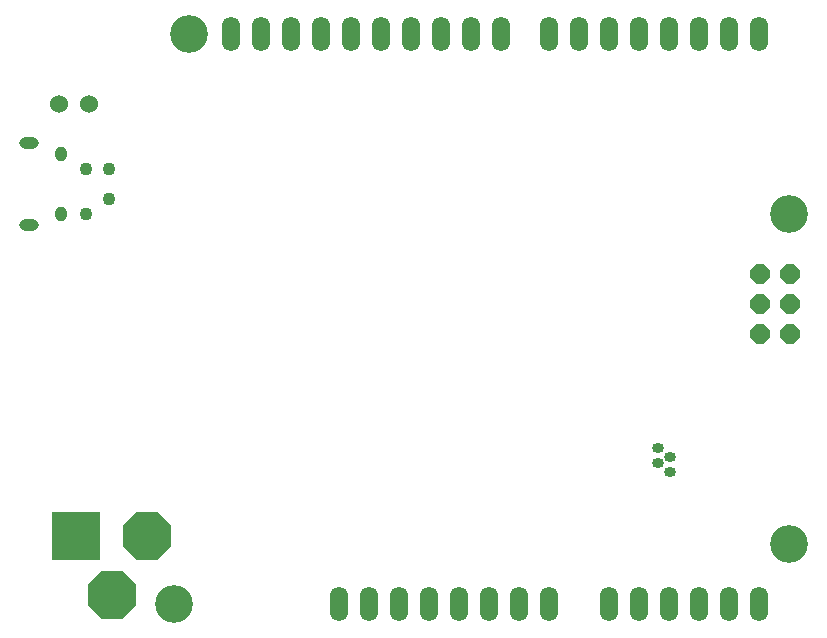
<source format=gbr>
%TF.GenerationSoftware,KiCad,Pcbnew,(6.0.10-0)*%
%TF.CreationDate,2023-01-08T15:47:47+01:00*%
%TF.ProjectId,Leonardo_Rev3d,4c656f6e-6172-4646-9f5f-52657633642e,3d*%
%TF.SameCoordinates,Original*%
%TF.FileFunction,Soldermask,Bot*%
%TF.FilePolarity,Negative*%
%FSLAX46Y46*%
G04 Gerber Fmt 4.6, Leading zero omitted, Abs format (unit mm)*
G04 Created by KiCad (PCBNEW (6.0.10-0)) date 2023-01-08 15:47:47*
%MOMM*%
%LPD*%
G01*
G04 APERTURE LIST*
G04 Aperture macros list*
%AMRoundRect*
0 Rectangle with rounded corners*
0 $1 Rounding radius*
0 $2 $3 $4 $5 $6 $7 $8 $9 X,Y pos of 4 corners*
0 Add a 4 corners polygon primitive as box body*
4,1,4,$2,$3,$4,$5,$6,$7,$8,$9,$2,$3,0*
0 Add four circle primitives for the rounded corners*
1,1,$1+$1,$2,$3*
1,1,$1+$1,$4,$5*
1,1,$1+$1,$6,$7*
1,1,$1+$1,$8,$9*
0 Add four rect primitives between the rounded corners*
20,1,$1+$1,$2,$3,$4,$5,0*
20,1,$1+$1,$4,$5,$6,$7,0*
20,1,$1+$1,$6,$7,$8,$9,0*
20,1,$1+$1,$8,$9,$2,$3,0*%
%AMFreePoly0*
4,1,17,0.356937,0.810921,0.810921,0.356937,0.825800,0.321016,0.825800,-0.321016,0.810921,-0.356937,0.356937,-0.810921,0.321016,-0.825800,-0.321016,-0.825800,-0.356937,-0.810921,-0.810921,-0.356937,-0.825800,-0.321016,-0.825800,0.321016,-0.810921,0.356937,-0.356937,0.810921,-0.321016,0.825800,0.321016,0.825800,0.356937,0.810921,0.356937,0.810921,$1*%
%AMFreePoly1*
4,1,17,0.864348,2.035921,2.035921,0.864348,2.050800,0.828427,2.050800,-0.828427,2.035921,-0.864348,0.864348,-2.035921,0.828427,-2.050800,-0.828427,-2.050800,-0.864348,-2.035921,-2.035921,-0.864348,-2.050800,-0.828427,-2.050800,0.828427,-2.035921,0.864348,-0.864348,2.035921,-0.828427,2.050800,0.828427,2.050800,0.864348,2.035921,0.864348,2.035921,$1*%
G04 Aperture macros list end*
%ADD10C,3.200000*%
%ADD11C,1.524000*%
%ADD12O,1.524000X2.946400*%
%ADD13RoundRect,0.550800X0.000000X0.000000X0.000000X0.000000X0.000000X0.000000X0.000000X0.000000X0*%
%ADD14O,1.651000X1.016000*%
%ADD15O,1.016000X1.295400*%
%ADD16FreePoly0,270.000000*%
%ADD17FreePoly1,90.000000*%
%ADD18FreePoly1,180.000000*%
%ADD19RoundRect,0.050800X2.000000X2.000000X-2.000000X2.000000X-2.000000X-2.000000X2.000000X-2.000000X0*%
%ADD20RoundRect,0.365800X0.135000X-0.035000X0.135000X0.035000X-0.135000X0.035000X-0.135000X-0.035000X0*%
G04 APERTURE END LIST*
D10*
%TO.C,@HOLE0*%
X180251100Y-96113600D03*
%TD*%
D11*
%TO.C,JP2*%
X118470000Y-86810000D03*
X121010000Y-86810000D03*
%TD*%
D12*
%TO.C,J4*%
X165011100Y-129133600D03*
X167551100Y-129133600D03*
X170091100Y-129133600D03*
X172631100Y-129133600D03*
X175171100Y-129133600D03*
X177711100Y-129133600D03*
%TD*%
%TO.C,J3*%
X142151100Y-129133600D03*
X144691100Y-129133600D03*
X147231100Y-129133600D03*
X149771100Y-129133600D03*
X152311100Y-129133600D03*
X154851100Y-129133600D03*
X157391100Y-129133600D03*
X159931100Y-129133600D03*
%TD*%
%TO.C,J2*%
X177711100Y-80873600D03*
X175171100Y-80873600D03*
X172631100Y-80873600D03*
X170091100Y-80873600D03*
X167551100Y-80873600D03*
X165011100Y-80873600D03*
X162471100Y-80873600D03*
X159931100Y-80873600D03*
%TD*%
D13*
%TO.C,D+0*%
X120711100Y-92303600D03*
%TD*%
D10*
%TO.C,@HOLE3*%
X128181100Y-129133600D03*
%TD*%
D14*
%TO.C,J1*%
X115947599Y-90080000D03*
X115947599Y-97080001D03*
D15*
X118622600Y-91080000D03*
X118622600Y-96080000D03*
%TD*%
D12*
%TO.C,JP1*%
X155867100Y-80873600D03*
X153327100Y-80873600D03*
X150787100Y-80873600D03*
X148247100Y-80873600D03*
X145707100Y-80873600D03*
X143167100Y-80873600D03*
X140627100Y-80873600D03*
X138087100Y-80873600D03*
X135547100Y-80873600D03*
X133007100Y-80873600D03*
%TD*%
D13*
%TO.C,GND0*%
X120720000Y-96110000D03*
%TD*%
D10*
%TO.C,@HOLE2*%
X129451100Y-80873600D03*
%TD*%
D16*
%TO.C,ICSP0*%
X177838100Y-101193600D03*
X180378100Y-101193600D03*
X177838100Y-103733600D03*
X180378100Y-103733600D03*
X177838100Y-106273600D03*
X180378100Y-106273600D03*
%TD*%
D13*
%TO.C,D-0*%
X122720100Y-92303600D03*
%TD*%
D17*
%TO.C,EXTPOWER0*%
X122897900Y-128371600D03*
D18*
X125895100Y-123367800D03*
D19*
X119900700Y-123367800D03*
%TD*%
D10*
%TO.C,@HOLE1*%
X180251100Y-124053600D03*
%TD*%
D13*
%TO.C,VUSB0*%
X122720100Y-94843600D03*
%TD*%
D20*
%TO.C,R3*%
X169140000Y-117230000D03*
X169140000Y-115930000D03*
%TD*%
%TO.C,R2*%
X170210000Y-117998000D03*
X170210000Y-116698000D03*
%TD*%
M02*

</source>
